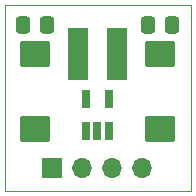
<source format=gbr>
%TF.GenerationSoftware,KiCad,Pcbnew,6.0.11-2627ca5db0~126~ubuntu20.04.1*%
%TF.CreationDate,2023-04-18T12:09:57-05:00*%
%TF.ProjectId,me2188c-slim,6d653231-3838-4632-9d73-6c696d2e6b69,rev?*%
%TF.SameCoordinates,Original*%
%TF.FileFunction,Soldermask,Top*%
%TF.FilePolarity,Negative*%
%FSLAX46Y46*%
G04 Gerber Fmt 4.6, Leading zero omitted, Abs format (unit mm)*
G04 Created by KiCad (PCBNEW 6.0.11-2627ca5db0~126~ubuntu20.04.1) date 2023-04-18 12:09:57*
%MOMM*%
%LPD*%
G01*
G04 APERTURE LIST*
G04 Aperture macros list*
%AMRoundRect*
0 Rectangle with rounded corners*
0 $1 Rounding radius*
0 $2 $3 $4 $5 $6 $7 $8 $9 X,Y pos of 4 corners*
0 Add a 4 corners polygon primitive as box body*
4,1,4,$2,$3,$4,$5,$6,$7,$8,$9,$2,$3,0*
0 Add four circle primitives for the rounded corners*
1,1,$1+$1,$2,$3*
1,1,$1+$1,$4,$5*
1,1,$1+$1,$6,$7*
1,1,$1+$1,$8,$9*
0 Add four rect primitives between the rounded corners*
20,1,$1+$1,$2,$3,$4,$5,0*
20,1,$1+$1,$4,$5,$6,$7,0*
20,1,$1+$1,$6,$7,$8,$9,0*
20,1,$1+$1,$8,$9,$2,$3,0*%
G04 Aperture macros list end*
%TA.AperFunction,Profile*%
%ADD10C,0.100000*%
%TD*%
%ADD11R,1.700000X1.700000*%
%ADD12O,1.700000X1.700000*%
%ADD13RoundRect,0.250000X0.337500X0.475000X-0.337500X0.475000X-0.337500X-0.475000X0.337500X-0.475000X0*%
%ADD14RoundRect,0.250000X-1.025000X0.875000X-1.025000X-0.875000X1.025000X-0.875000X1.025000X0.875000X0*%
%ADD15R,0.650000X1.560000*%
%ADD16R,1.750000X4.500000*%
%ADD17RoundRect,0.250000X-0.337500X-0.475000X0.337500X-0.475000X0.337500X0.475000X-0.337500X0.475000X0*%
G04 APERTURE END LIST*
D10*
X115700000Y-100000000D02*
X115700000Y-115700000D01*
X100000000Y-100000000D02*
X100000000Y-115700000D01*
X100000000Y-100000000D02*
X115700000Y-100000000D01*
X100000000Y-115700000D02*
X115700000Y-115700000D01*
D11*
%TO.C,J1*%
X103987000Y-113800000D03*
D12*
X106527000Y-113800000D03*
X109067000Y-113800000D03*
X111607000Y-113800000D03*
%TD*%
D13*
%TO.C,C4*%
X114145500Y-101650000D03*
X112070500Y-101650000D03*
%TD*%
D14*
%TO.C,C1*%
X113108000Y-104100000D03*
X113108000Y-110500000D03*
%TD*%
D15*
%TO.C,U1*%
X106850000Y-110650000D03*
X107800000Y-110650000D03*
X108750000Y-110650000D03*
X108750000Y-107950000D03*
X106850000Y-107950000D03*
%TD*%
D14*
%TO.C,C2*%
X102516000Y-104100000D03*
X102516000Y-110500000D03*
%TD*%
D16*
%TO.C,L1*%
X109425000Y-104140000D03*
X106175000Y-104140000D03*
%TD*%
D17*
%TO.C,C3*%
X101478500Y-101650000D03*
X103553500Y-101650000D03*
%TD*%
M02*

</source>
